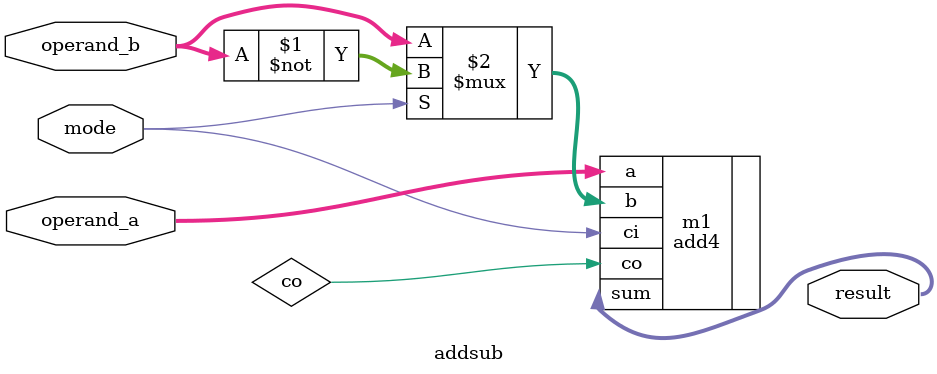
<source format=v>
`include "../ex4/add4.v"

module	addsub( result, operand_a, operand_b, mode );

	input	[3:0]	operand_a, operand_b;
	input	mode;
	output	[3:0]	result;
	wire co;
	wire	[3:0]	operand_b_modified;

	add4	m1(
		.sum(result),
		.co(co),
		.a(operand_a),	 
		.b((mode) ? ~operand_b : operand_b),	
		.ci(mode)
	);	
endmodule

</source>
